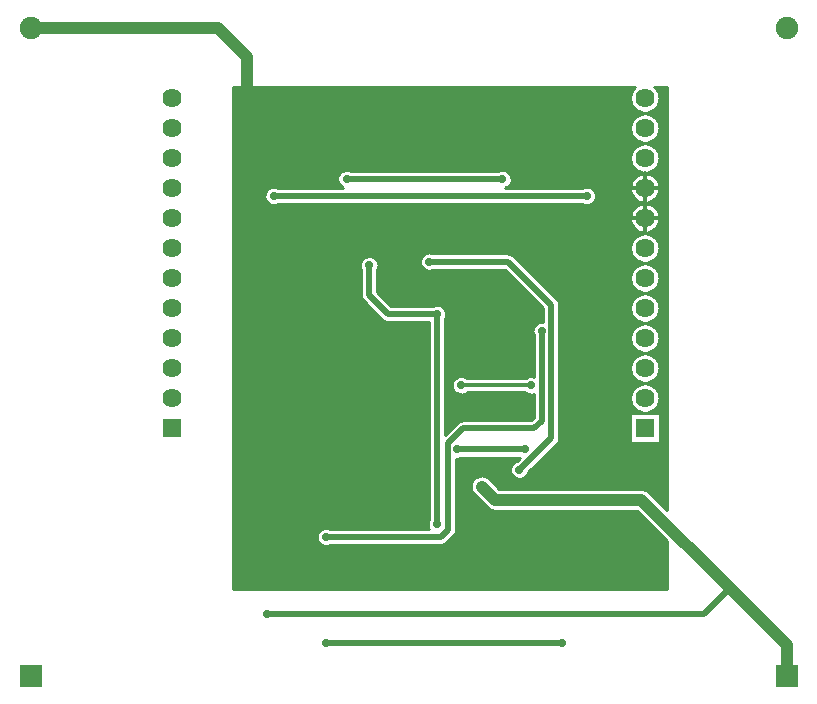
<source format=gbr>
G04 DipTrace 2.4.0.2*
%INBottom.gbr*%
%MOIN*%
%ADD14C,0.0118*%
%ADD15C,0.0098*%
%ADD16C,0.0394*%
%ADD17C,0.0197*%
%ADD21R,0.0748X0.0748*%
%ADD22C,0.0748*%
%ADD26R,0.0638X0.0638*%
%ADD27C,0.0638*%
%ADD34C,0.0197*%
%ADD40C,0.0276*%
%ADD41C,0.04*%
%FSLAX44Y44*%
G04*
G70*
G90*
G75*
G01*
%LNBottom*%
%LPD*%
X10858Y38886D2*
D16*
X17110D1*
X18081Y37915D1*
Y35852D1*
X27145Y24164D2*
D17*
X28207Y25227D1*
Y29664D1*
X26770Y31101D1*
X24144D1*
X20701Y21919D2*
X24525D1*
X24769Y22163D1*
Y25039D1*
X25269Y25538D1*
X27644D1*
X27894Y25789D1*
Y28789D1*
X20701Y18390D2*
X28575D1*
X27344Y24839D2*
X25082D1*
X36055Y17287D2*
D16*
Y18316D1*
X34161Y20210D1*
X31208Y23163D1*
X26332D1*
X25894Y23601D1*
X18732Y19346D2*
D17*
X33298D1*
X34161Y20210D1*
X24394Y29351D2*
X22769D1*
X22144Y29976D1*
Y30982D1*
X24394Y29351D2*
Y22351D1*
X26582Y33852D2*
X21388D1*
X25207Y26976D2*
D14*
X27519D1*
X29395Y33289D2*
D17*
X18956D1*
D40*
X27145Y24164D3*
X24144Y31101D3*
D3*
X20701Y21919D3*
X27894Y28789D3*
X28575Y18390D3*
X20701D3*
X27344Y24839D3*
X25082D3*
D41*
X25894Y23601D3*
D40*
X18732Y19346D3*
X24394Y29351D3*
X22144Y30982D3*
X24394Y22351D3*
Y29351D3*
X26582Y33852D3*
X21388D3*
X25207Y26976D3*
X27519D3*
X29395Y33289D3*
X18956D3*
D41*
X24082Y30351D3*
X26394Y31851D3*
X20707Y32601D3*
X23207Y36351D3*
X24207D3*
X28957Y29726D3*
Y28976D3*
Y28226D3*
X25582Y31851D3*
D40*
X26457Y28726D3*
Y28289D3*
Y27851D3*
X24019Y28726D3*
Y28289D3*
Y27851D3*
D41*
X22769Y23601D3*
Y22851D3*
X22144Y25476D3*
X28457Y21851D3*
X22144Y26664D3*
X29707Y21851D3*
X29520Y28976D3*
X27144Y27726D3*
Y26164D3*
X25228Y20724D3*
X26478D3*
X21222D3*
X22472D3*
X28457Y24016D3*
X29707D3*
X17610Y36830D2*
D15*
X30917D1*
X31744D2*
X32059D1*
X17610Y36733D2*
X30866D1*
X31795D2*
X32059D1*
X17610Y36636D2*
X30839D1*
X31823D2*
X32059D1*
X17610Y36539D2*
X30831D1*
X31830D2*
X32059D1*
X17610Y36442D2*
X30843D1*
X31818D2*
X32059D1*
X17610Y36344D2*
X30877D1*
X31784D2*
X32059D1*
X17610Y36247D2*
X30936D1*
X31726D2*
X32059D1*
X17610Y36150D2*
X31039D1*
X31623D2*
X32059D1*
X17610Y36053D2*
X32059D1*
X17610Y35956D2*
X31045D1*
X31617D2*
X32059D1*
X17610Y35859D2*
X30940D1*
X31721D2*
X32059D1*
X17610Y35762D2*
X30879D1*
X31783D2*
X32059D1*
X17610Y35665D2*
X30845D1*
X31817D2*
X32059D1*
X17610Y35568D2*
X30831D1*
X31830D2*
X32059D1*
X17610Y35470D2*
X30837D1*
X31824D2*
X32059D1*
X17610Y35373D2*
X30865D1*
X31797D2*
X32059D1*
X17610Y35276D2*
X30916D1*
X31746D2*
X32059D1*
X17610Y35179D2*
X31002D1*
X31660D2*
X32059D1*
X17610Y35082D2*
X31180D1*
X31481D2*
X32059D1*
X17610Y34985D2*
X31092D1*
X31569D2*
X32059D1*
X17610Y34888D2*
X30965D1*
X31697D2*
X32059D1*
X17610Y34791D2*
X30894D1*
X31767D2*
X32059D1*
X17610Y34694D2*
X30853D1*
X31809D2*
X32059D1*
X17610Y34596D2*
X30833D1*
X31829D2*
X32059D1*
X17610Y34499D2*
X30834D1*
X31827D2*
X32059D1*
X17610Y34402D2*
X30854D1*
X31807D2*
X32059D1*
X17610Y34305D2*
X30897D1*
X31764D2*
X32059D1*
X17610Y34208D2*
X30971D1*
X31690D2*
X32059D1*
X17610Y34111D2*
X21210D1*
X26760D2*
X31106D1*
X31555D2*
X32059D1*
X17610Y34014D2*
X21115D1*
X26855D2*
X31159D1*
X31503D2*
X32059D1*
X17610Y33917D2*
X21076D1*
X26894D2*
X30994D1*
X31667D2*
X32059D1*
X17610Y33820D2*
X21072D1*
X26898D2*
X30911D1*
X31750D2*
X32059D1*
X17610Y33722D2*
X21098D1*
X26872D2*
X30862D1*
X31800D2*
X32059D1*
X17610Y33625D2*
X21168D1*
X26801D2*
X30837D1*
X31824D2*
X32059D1*
X17610Y33528D2*
X18751D1*
X29600D2*
X30831D1*
X31830D2*
X32059D1*
X17610Y33431D2*
X18672D1*
X29679D2*
X30846D1*
X31815D2*
X32059D1*
X17610Y33334D2*
X18640D1*
X29710D2*
X30882D1*
X31780D2*
X32059D1*
X17610Y33237D2*
X18642D1*
X29710D2*
X30945D1*
X31717D2*
X32059D1*
X17610Y33140D2*
X18676D1*
X29674D2*
X31054D1*
X31607D2*
X32059D1*
X17610Y33043D2*
X18760D1*
X29591D2*
X32059D1*
X17610Y32946D2*
X31029D1*
X31632D2*
X32059D1*
X17610Y32848D2*
X30931D1*
X31730D2*
X32059D1*
X17610Y32751D2*
X30874D1*
X31787D2*
X32059D1*
X17610Y32654D2*
X30842D1*
X31820D2*
X32059D1*
X17610Y32557D2*
X30831D1*
X31830D2*
X32059D1*
X17610Y32460D2*
X30839D1*
X31823D2*
X32059D1*
X17610Y32363D2*
X30868D1*
X31793D2*
X32059D1*
X17610Y32266D2*
X30923D1*
X31738D2*
X32059D1*
X17610Y32169D2*
X31014D1*
X31647D2*
X32059D1*
X17610Y32072D2*
X31220D1*
X31441D2*
X32059D1*
X17610Y31974D2*
X31074D1*
X31587D2*
X32059D1*
X17610Y31877D2*
X30956D1*
X31706D2*
X32059D1*
X17610Y31780D2*
X30888D1*
X31773D2*
X32059D1*
X17610Y31683D2*
X30850D1*
X31812D2*
X32059D1*
X17610Y31586D2*
X30833D1*
X31829D2*
X32059D1*
X17610Y31489D2*
X30834D1*
X31827D2*
X32059D1*
X17610Y31392D2*
X24029D1*
X24259D2*
X30857D1*
X31804D2*
X32059D1*
X17610Y31295D2*
X23894D1*
X26968D2*
X30903D1*
X31758D2*
X32059D1*
X17610Y31198D2*
X21913D1*
X22375D2*
X23841D1*
X27064D2*
X30982D1*
X31680D2*
X32059D1*
X17610Y31100D2*
X21848D1*
X22440D2*
X23826D1*
X27161D2*
X31129D1*
X31532D2*
X32059D1*
X17610Y31003D2*
X21827D1*
X22462D2*
X23841D1*
X27258D2*
X31132D1*
X31529D2*
X32059D1*
X17610Y30906D2*
X21834D1*
X22454D2*
X23895D1*
X27355D2*
X30983D1*
X31678D2*
X32059D1*
X17610Y30809D2*
X21865D1*
X22423D2*
X24035D1*
X24253D2*
X26671D1*
X27454D2*
X30905D1*
X31757D2*
X32059D1*
X17610Y30712D2*
X21865D1*
X22423D2*
X26768D1*
X27550D2*
X30859D1*
X31803D2*
X32059D1*
X17610Y30615D2*
X21865D1*
X22423D2*
X26865D1*
X27647D2*
X30836D1*
X31826D2*
X32059D1*
X17610Y30518D2*
X21865D1*
X22423D2*
X26962D1*
X27744D2*
X30833D1*
X31829D2*
X32059D1*
X17610Y30421D2*
X21865D1*
X22423D2*
X27059D1*
X27841D2*
X30848D1*
X31813D2*
X32059D1*
X17610Y30323D2*
X21865D1*
X22423D2*
X27157D1*
X27938D2*
X30886D1*
X31775D2*
X32059D1*
X17610Y30226D2*
X21865D1*
X22423D2*
X27254D1*
X28036D2*
X30954D1*
X31707D2*
X32059D1*
X17610Y30129D2*
X21865D1*
X22423D2*
X27351D1*
X28133D2*
X31071D1*
X31590D2*
X32059D1*
X17610Y30032D2*
X21865D1*
X22480D2*
X27448D1*
X28230D2*
X31228D1*
X31434D2*
X32059D1*
X17610Y29935D2*
X21868D1*
X22577D2*
X27545D1*
X28327D2*
X31016D1*
X31646D2*
X32059D1*
X17610Y29838D2*
X21904D1*
X22674D2*
X27641D1*
X28422D2*
X30923D1*
X31738D2*
X32059D1*
X17610Y29741D2*
X21988D1*
X22771D2*
X27738D1*
X28475D2*
X30869D1*
X31792D2*
X32059D1*
X17610Y29644D2*
X22085D1*
X22868D2*
X24284D1*
X24504D2*
X27837D1*
X28487D2*
X30840D1*
X31821D2*
X32059D1*
X17610Y29547D2*
X22183D1*
X24644D2*
X27928D1*
X28487D2*
X30831D1*
X31830D2*
X32059D1*
X17610Y29449D2*
X22280D1*
X24698D2*
X27928D1*
X28487D2*
X30842D1*
X31820D2*
X32059D1*
X17610Y29352D2*
X22377D1*
X24713D2*
X27928D1*
X28487D2*
X30873D1*
X31789D2*
X32059D1*
X17610Y29255D2*
X22474D1*
X24698D2*
X27928D1*
X28487D2*
X30931D1*
X31730D2*
X32059D1*
X17610Y29158D2*
X22571D1*
X24673D2*
X27928D1*
X28487D2*
X31028D1*
X31634D2*
X32059D1*
X17610Y29061D2*
X24115D1*
X24673D2*
X27738D1*
X28487D2*
X32059D1*
X17610Y28964D2*
X24115D1*
X24673D2*
X27629D1*
X28487D2*
X31057D1*
X31604D2*
X32059D1*
X17610Y28867D2*
X24115D1*
X24673D2*
X27586D1*
X28487D2*
X30946D1*
X31715D2*
X32059D1*
X17610Y28770D2*
X24115D1*
X24673D2*
X27575D1*
X28487D2*
X30882D1*
X31780D2*
X32059D1*
X17610Y28673D2*
X24115D1*
X24673D2*
X24842D1*
X25211D2*
X25433D1*
X25802D2*
X27598D1*
X28487D2*
X30846D1*
X31815D2*
X32059D1*
X17610Y28575D2*
X24115D1*
X24673D2*
X24770D1*
X25284D2*
X25361D1*
X25874D2*
X27615D1*
X28487D2*
X30831D1*
X31830D2*
X32059D1*
X17610Y28478D2*
X24115D1*
X24673D2*
X24749D1*
X25897D2*
X27615D1*
X28487D2*
X30836D1*
X31826D2*
X32059D1*
X17610Y28381D2*
X24115D1*
X24673D2*
X24763D1*
X25883D2*
X27615D1*
X28487D2*
X30862D1*
X31800D2*
X32059D1*
X17610Y28284D2*
X24115D1*
X24673D2*
X24819D1*
X25825D2*
X27615D1*
X28487D2*
X30909D1*
X31752D2*
X32059D1*
X17610Y28187D2*
X24115D1*
X24673D2*
X24773D1*
X25873D2*
X27615D1*
X28487D2*
X30993D1*
X31669D2*
X32059D1*
X17610Y28090D2*
X24115D1*
X24673D2*
X24749D1*
X25897D2*
X27615D1*
X28487D2*
X31156D1*
X31506D2*
X32059D1*
X17610Y27993D2*
X24115D1*
X24673D2*
X24761D1*
X25294D2*
X25350D1*
X25885D2*
X27615D1*
X28487D2*
X31108D1*
X31554D2*
X32059D1*
X17610Y27896D2*
X24115D1*
X24673D2*
X24815D1*
X25239D2*
X25405D1*
X25830D2*
X27615D1*
X28487D2*
X30973D1*
X31689D2*
X32059D1*
X17610Y27799D2*
X24115D1*
X24673D2*
X27615D1*
X28487D2*
X30897D1*
X31764D2*
X32059D1*
X17610Y27701D2*
X24115D1*
X24673D2*
X27615D1*
X28487D2*
X30854D1*
X31807D2*
X32059D1*
X17610Y27604D2*
X24115D1*
X24673D2*
X27615D1*
X28487D2*
X30834D1*
X31827D2*
X32059D1*
X17610Y27507D2*
X24115D1*
X24673D2*
X27615D1*
X28487D2*
X30833D1*
X31829D2*
X32059D1*
X17610Y27410D2*
X24115D1*
X24673D2*
X27615D1*
X28487D2*
X30851D1*
X31810D2*
X32059D1*
X17610Y27313D2*
X24115D1*
X24673D2*
X27615D1*
X28487D2*
X30893D1*
X31769D2*
X32059D1*
X17610Y27216D2*
X24115D1*
X24673D2*
X25002D1*
X25413D2*
X27314D1*
X28487D2*
X30963D1*
X31698D2*
X32059D1*
X17610Y27119D2*
X24115D1*
X24673D2*
X24922D1*
X28487D2*
X31091D1*
X31570D2*
X32059D1*
X17610Y27022D2*
X24115D1*
X24673D2*
X24892D1*
X28487D2*
X31183D1*
X31478D2*
X32059D1*
X17610Y26925D2*
X24115D1*
X24673D2*
X24893D1*
X28487D2*
X31003D1*
X31658D2*
X32059D1*
X17610Y26827D2*
X24115D1*
X24673D2*
X24927D1*
X28487D2*
X30916D1*
X31746D2*
X32059D1*
X17610Y26730D2*
X24115D1*
X24673D2*
X25010D1*
X25404D2*
X27323D1*
X28487D2*
X30865D1*
X31797D2*
X32059D1*
X17610Y26633D2*
X24115D1*
X24673D2*
X27615D1*
X28487D2*
X30837D1*
X31824D2*
X32059D1*
X17610Y26536D2*
X24115D1*
X24673D2*
X27615D1*
X28487D2*
X30831D1*
X31830D2*
X32059D1*
X17610Y26439D2*
X24115D1*
X24673D2*
X27615D1*
X28487D2*
X30843D1*
X31818D2*
X32059D1*
X17610Y26342D2*
X24115D1*
X24673D2*
X27615D1*
X28487D2*
X30877D1*
X31784D2*
X32059D1*
X17610Y26245D2*
X24115D1*
X24673D2*
X27615D1*
X28487D2*
X30939D1*
X31723D2*
X32059D1*
X17610Y26148D2*
X24115D1*
X24673D2*
X27615D1*
X28487D2*
X31043D1*
X31618D2*
X32059D1*
X17610Y26051D2*
X24115D1*
X24673D2*
X27615D1*
X28487D2*
X32059D1*
X17610Y25953D2*
X24115D1*
X24673D2*
X27615D1*
X28487D2*
X30831D1*
X31830D2*
X32059D1*
X17610Y25856D2*
X24115D1*
X24673D2*
X27571D1*
X28487D2*
X30831D1*
X31830D2*
X32059D1*
X17610Y25759D2*
X24115D1*
X24673D2*
X25104D1*
X28487D2*
X30831D1*
X31830D2*
X32059D1*
X17610Y25662D2*
X24115D1*
X24673D2*
X25001D1*
X28487D2*
X30831D1*
X31830D2*
X32059D1*
X17610Y25565D2*
X24115D1*
X24673D2*
X24904D1*
X28487D2*
X30831D1*
X31830D2*
X32059D1*
X17610Y25468D2*
X24115D1*
X24673D2*
X24807D1*
X28487D2*
X30831D1*
X31830D2*
X32059D1*
X17610Y25371D2*
X24115D1*
X28487D2*
X30831D1*
X31830D2*
X32059D1*
X17610Y25274D2*
X24115D1*
X28487D2*
X30831D1*
X31830D2*
X32059D1*
X17610Y25177D2*
X24115D1*
X28482D2*
X30831D1*
X31830D2*
X32059D1*
X17610Y25079D2*
X24115D1*
X28442D2*
X30831D1*
X31830D2*
X32059D1*
X17610Y24982D2*
X24115D1*
X28353D2*
X32059D1*
X17610Y24885D2*
X24115D1*
X28256D2*
X32059D1*
X17610Y24788D2*
X24115D1*
X28159D2*
X32059D1*
X17610Y24691D2*
X24115D1*
X28063D2*
X32059D1*
X17610Y24594D2*
X24115D1*
X27966D2*
X32059D1*
X17610Y24497D2*
X24115D1*
X25048D2*
X27086D1*
X27869D2*
X32059D1*
X17610Y24400D2*
X24115D1*
X25048D2*
X26934D1*
X27770D2*
X32059D1*
X17610Y24302D2*
X24115D1*
X25048D2*
X26859D1*
X27673D2*
X32059D1*
X17610Y24205D2*
X24115D1*
X25048D2*
X26828D1*
X27577D2*
X32059D1*
X17610Y24108D2*
X24115D1*
X25048D2*
X26831D1*
X27480D2*
X32059D1*
X17610Y24011D2*
X24115D1*
X25048D2*
X26866D1*
X27423D2*
X32059D1*
X17610Y23914D2*
X24115D1*
X25048D2*
X25685D1*
X26103D2*
X26954D1*
X27335D2*
X32059D1*
X17610Y23817D2*
X24115D1*
X25048D2*
X25582D1*
X26208D2*
X32059D1*
X17610Y23720D2*
X24115D1*
X25048D2*
X25533D1*
X26306D2*
X32059D1*
X17610Y23623D2*
X24115D1*
X25048D2*
X25515D1*
X26403D2*
X32059D1*
X17610Y23526D2*
X24115D1*
X25048D2*
X25521D1*
X31281D2*
X32059D1*
X17610Y23428D2*
X24115D1*
X25048D2*
X25556D1*
X31472D2*
X32059D1*
X17610Y23331D2*
X24115D1*
X25048D2*
X25630D1*
X31569D2*
X32059D1*
X17610Y23234D2*
X24115D1*
X25048D2*
X25731D1*
X31667D2*
X32059D1*
X17610Y23137D2*
X24115D1*
X25048D2*
X25828D1*
X31764D2*
X32059D1*
X17610Y23040D2*
X24115D1*
X25048D2*
X25925D1*
X31861D2*
X32059D1*
X17610Y22943D2*
X24115D1*
X25048D2*
X26022D1*
X31958D2*
X32059D1*
X17610Y22846D2*
X24115D1*
X25048D2*
X26136D1*
X17610Y22749D2*
X24115D1*
X25048D2*
X31092D1*
X17610Y22652D2*
X24115D1*
X25048D2*
X31189D1*
X17610Y22554D2*
X24115D1*
X25048D2*
X31286D1*
X17610Y22457D2*
X24095D1*
X25048D2*
X31383D1*
X17610Y22360D2*
X24075D1*
X25048D2*
X31480D1*
X17610Y22263D2*
X24089D1*
X25048D2*
X31577D1*
X17610Y22166D2*
X20506D1*
X25048D2*
X31674D1*
X17610Y22069D2*
X20421D1*
X25031D2*
X31772D1*
X17610Y21972D2*
X20387D1*
X24970D2*
X31869D1*
X17610Y21875D2*
X20386D1*
X24871D2*
X31966D1*
X17610Y21778D2*
X20416D1*
X24775D2*
X32059D1*
X17610Y21680D2*
X20495D1*
X24661D2*
X32059D1*
X17610Y21583D2*
X32059D1*
X17610Y21486D2*
X32059D1*
X17610Y21389D2*
X32059D1*
X17610Y21292D2*
X32059D1*
X17610Y21195D2*
X32059D1*
X17610Y21098D2*
X32059D1*
X17610Y21001D2*
X32059D1*
X17610Y20904D2*
X32059D1*
X17610Y20806D2*
X32059D1*
X17610Y20709D2*
X32059D1*
X17610Y20612D2*
X32059D1*
X17610Y20515D2*
X32059D1*
X17610Y20418D2*
X32059D1*
X17610Y20321D2*
X32059D1*
X17610Y20224D2*
X32059D1*
X30890Y26041D2*
X31821D1*
Y25061D1*
X30841D1*
Y26041D1*
X30890D1*
X31818Y26502D2*
X31811Y26453D1*
X31799Y26406D1*
X31782Y26360D1*
X31760Y26315D1*
X31735Y26273D1*
X31705Y26234D1*
X31671Y26198D1*
X31634Y26166D1*
X31594Y26138D1*
X31551Y26113D1*
X31506Y26093D1*
X31459Y26078D1*
X31411Y26068D1*
X31362Y26062D1*
X31313Y26061D1*
X31264Y26066D1*
X31216Y26075D1*
X31169Y26089D1*
X31123Y26107D1*
X31080Y26130D1*
X31039Y26157D1*
X31001Y26189D1*
X30966Y26224D1*
X30935Y26262D1*
X30908Y26303D1*
X30885Y26347D1*
X30867Y26392D1*
X30853Y26439D1*
X30845Y26488D1*
X30841Y26537D1*
X30842Y26586D1*
X30848Y26635D1*
X30859Y26683D1*
X30874Y26730D1*
X30894Y26774D1*
X30919Y26817D1*
X30948Y26857D1*
X30980Y26894D1*
X31016Y26927D1*
X31056Y26957D1*
X31098Y26982D1*
X31142Y27004D1*
X31188Y27020D1*
X31236Y27032D1*
X31285Y27039D1*
X31334Y27041D1*
X31383Y27039D1*
X31432Y27031D1*
X31479Y27018D1*
X31525Y27001D1*
X31569Y26979D1*
X31611Y26953D1*
X31650Y26923D1*
X31686Y26889D1*
X31718Y26852D1*
X31746Y26812D1*
X31770Y26769D1*
X31790Y26724D1*
X31805Y26677D1*
X31815Y26629D1*
X31821Y26551D1*
X31818Y26502D1*
Y27502D2*
X31811Y27453D1*
X31799Y27406D1*
X31782Y27360D1*
X31760Y27315D1*
X31735Y27273D1*
X31705Y27234D1*
X31671Y27198D1*
X31634Y27166D1*
X31594Y27138D1*
X31551Y27113D1*
X31506Y27093D1*
X31459Y27078D1*
X31411Y27068D1*
X31362Y27062D1*
X31313Y27061D1*
X31264Y27066D1*
X31216Y27075D1*
X31169Y27089D1*
X31123Y27107D1*
X31080Y27130D1*
X31039Y27157D1*
X31001Y27189D1*
X30966Y27224D1*
X30935Y27262D1*
X30908Y27303D1*
X30885Y27347D1*
X30867Y27392D1*
X30853Y27439D1*
X30845Y27488D1*
X30841Y27537D1*
X30842Y27586D1*
X30848Y27635D1*
X30859Y27683D1*
X30874Y27730D1*
X30894Y27774D1*
X30919Y27817D1*
X30948Y27857D1*
X30980Y27894D1*
X31016Y27927D1*
X31056Y27957D1*
X31098Y27982D1*
X31142Y28004D1*
X31188Y28020D1*
X31236Y28032D1*
X31285Y28039D1*
X31334Y28041D1*
X31383Y28039D1*
X31432Y28031D1*
X31479Y28018D1*
X31525Y28001D1*
X31569Y27979D1*
X31611Y27953D1*
X31650Y27923D1*
X31686Y27889D1*
X31718Y27852D1*
X31746Y27812D1*
X31770Y27769D1*
X31790Y27724D1*
X31805Y27677D1*
X31815Y27629D1*
X31821Y27551D1*
X31818Y27502D1*
Y28502D2*
X31811Y28453D1*
X31799Y28406D1*
X31782Y28360D1*
X31760Y28315D1*
X31735Y28273D1*
X31705Y28234D1*
X31671Y28198D1*
X31634Y28166D1*
X31594Y28138D1*
X31551Y28113D1*
X31506Y28093D1*
X31459Y28078D1*
X31411Y28068D1*
X31362Y28062D1*
X31313Y28061D1*
X31264Y28066D1*
X31216Y28075D1*
X31169Y28089D1*
X31123Y28107D1*
X31080Y28130D1*
X31039Y28157D1*
X31001Y28189D1*
X30966Y28224D1*
X30935Y28262D1*
X30908Y28303D1*
X30885Y28347D1*
X30867Y28392D1*
X30853Y28439D1*
X30845Y28488D1*
X30841Y28537D1*
X30842Y28586D1*
X30848Y28635D1*
X30859Y28683D1*
X30874Y28730D1*
X30894Y28774D1*
X30919Y28817D1*
X30948Y28857D1*
X30980Y28894D1*
X31016Y28927D1*
X31056Y28957D1*
X31098Y28982D1*
X31142Y29004D1*
X31188Y29020D1*
X31236Y29032D1*
X31285Y29039D1*
X31334Y29041D1*
X31383Y29039D1*
X31432Y29031D1*
X31479Y29018D1*
X31525Y29001D1*
X31569Y28979D1*
X31611Y28953D1*
X31650Y28923D1*
X31686Y28889D1*
X31718Y28852D1*
X31746Y28812D1*
X31770Y28769D1*
X31790Y28724D1*
X31805Y28677D1*
X31815Y28629D1*
X31821Y28551D1*
X31818Y28502D1*
Y29502D2*
X31811Y29453D1*
X31799Y29406D1*
X31782Y29360D1*
X31760Y29315D1*
X31735Y29273D1*
X31705Y29234D1*
X31671Y29198D1*
X31634Y29166D1*
X31594Y29138D1*
X31551Y29113D1*
X31506Y29093D1*
X31459Y29078D1*
X31411Y29068D1*
X31362Y29062D1*
X31313Y29061D1*
X31264Y29066D1*
X31216Y29075D1*
X31169Y29089D1*
X31123Y29107D1*
X31080Y29130D1*
X31039Y29157D1*
X31001Y29189D1*
X30966Y29224D1*
X30935Y29262D1*
X30908Y29303D1*
X30885Y29347D1*
X30867Y29392D1*
X30853Y29439D1*
X30845Y29488D1*
X30841Y29537D1*
X30842Y29586D1*
X30848Y29635D1*
X30859Y29683D1*
X30874Y29730D1*
X30894Y29774D1*
X30919Y29817D1*
X30948Y29857D1*
X30980Y29894D1*
X31016Y29927D1*
X31056Y29957D1*
X31098Y29982D1*
X31142Y30004D1*
X31188Y30020D1*
X31236Y30032D1*
X31285Y30039D1*
X31334Y30041D1*
X31383Y30039D1*
X31432Y30031D1*
X31479Y30018D1*
X31525Y30001D1*
X31569Y29979D1*
X31611Y29953D1*
X31650Y29923D1*
X31686Y29889D1*
X31718Y29852D1*
X31746Y29812D1*
X31770Y29769D1*
X31790Y29724D1*
X31805Y29677D1*
X31815Y29629D1*
X31821Y29551D1*
X31818Y29502D1*
Y30502D2*
X31811Y30453D1*
X31799Y30406D1*
X31782Y30360D1*
X31760Y30315D1*
X31735Y30273D1*
X31705Y30234D1*
X31671Y30198D1*
X31634Y30166D1*
X31594Y30138D1*
X31551Y30113D1*
X31506Y30093D1*
X31459Y30078D1*
X31411Y30068D1*
X31362Y30062D1*
X31313Y30061D1*
X31264Y30066D1*
X31216Y30075D1*
X31169Y30089D1*
X31123Y30107D1*
X31080Y30130D1*
X31039Y30157D1*
X31001Y30189D1*
X30966Y30224D1*
X30935Y30262D1*
X30908Y30303D1*
X30885Y30347D1*
X30867Y30392D1*
X30853Y30439D1*
X30845Y30488D1*
X30841Y30537D1*
X30842Y30586D1*
X30848Y30635D1*
X30859Y30683D1*
X30874Y30730D1*
X30894Y30774D1*
X30919Y30817D1*
X30948Y30857D1*
X30980Y30894D1*
X31016Y30927D1*
X31056Y30957D1*
X31098Y30982D1*
X31142Y31004D1*
X31188Y31020D1*
X31236Y31032D1*
X31285Y31039D1*
X31334Y31041D1*
X31383Y31039D1*
X31432Y31031D1*
X31479Y31018D1*
X31525Y31001D1*
X31569Y30979D1*
X31611Y30953D1*
X31650Y30923D1*
X31686Y30889D1*
X31718Y30852D1*
X31746Y30812D1*
X31770Y30769D1*
X31790Y30724D1*
X31805Y30677D1*
X31815Y30629D1*
X31821Y30551D1*
X31818Y30502D1*
Y31502D2*
X31811Y31453D1*
X31799Y31406D1*
X31782Y31360D1*
X31760Y31315D1*
X31735Y31273D1*
X31705Y31234D1*
X31671Y31198D1*
X31634Y31166D1*
X31594Y31138D1*
X31551Y31113D1*
X31506Y31093D1*
X31459Y31078D1*
X31411Y31068D1*
X31362Y31062D1*
X31313Y31061D1*
X31264Y31066D1*
X31216Y31075D1*
X31169Y31089D1*
X31123Y31107D1*
X31080Y31130D1*
X31039Y31157D1*
X31001Y31189D1*
X30966Y31224D1*
X30935Y31262D1*
X30908Y31303D1*
X30885Y31347D1*
X30867Y31392D1*
X30853Y31439D1*
X30845Y31488D1*
X30841Y31537D1*
X30842Y31586D1*
X30848Y31635D1*
X30859Y31683D1*
X30874Y31730D1*
X30894Y31774D1*
X30919Y31817D1*
X30948Y31857D1*
X30980Y31894D1*
X31016Y31927D1*
X31056Y31957D1*
X31098Y31982D1*
X31142Y32004D1*
X31188Y32020D1*
X31236Y32032D1*
X31285Y32039D1*
X31334Y32041D1*
X31383Y32039D1*
X31432Y32031D1*
X31479Y32018D1*
X31525Y32001D1*
X31569Y31979D1*
X31611Y31953D1*
X31650Y31923D1*
X31686Y31889D1*
X31718Y31852D1*
X31746Y31812D1*
X31770Y31769D1*
X31790Y31724D1*
X31805Y31677D1*
X31815Y31629D1*
X31821Y31551D1*
X31818Y31502D1*
X31821Y32541D2*
X31815Y32473D1*
X31799Y32406D1*
X31774Y32342D1*
X31740Y32282D1*
X31698Y32227D1*
X31649Y32179D1*
X31594Y32138D1*
X31533Y32105D1*
X31469Y32081D1*
X31402Y32066D1*
X31333Y32061D1*
X31264Y32066D1*
X31197Y32080D1*
X31132Y32103D1*
X31071Y32135D1*
X31016Y32176D1*
X30966Y32224D1*
X30924Y32278D1*
X30890Y32338D1*
X30864Y32402D1*
X30848Y32468D1*
X30841Y32537D1*
X30844Y32606D1*
X30856Y32673D1*
X30878Y32739D1*
X30909Y32800D1*
X30948Y32857D1*
X30994Y32908D1*
X31048Y32951D1*
X31106Y32987D1*
X31170Y33014D1*
X31236Y33032D1*
X31304Y33041D1*
X31373Y33039D1*
X31441Y33029D1*
X31507Y33009D1*
X31569Y32979D1*
X31627Y32942D1*
X31679Y32896D1*
X31724Y32844D1*
X31761Y32786D1*
X31790Y32724D1*
X31809Y32658D1*
X31819Y32590D1*
X31821Y32541D1*
Y33541D2*
X31815Y33473D1*
X31799Y33406D1*
X31774Y33342D1*
X31740Y33282D1*
X31698Y33227D1*
X31649Y33179D1*
X31594Y33138D1*
X31533Y33105D1*
X31469Y33081D1*
X31402Y33066D1*
X31333Y33061D1*
X31264Y33066D1*
X31197Y33080D1*
X31132Y33103D1*
X31071Y33135D1*
X31016Y33176D1*
X30966Y33224D1*
X30924Y33278D1*
X30890Y33338D1*
X30864Y33402D1*
X30848Y33468D1*
X30841Y33537D1*
X30844Y33606D1*
X30856Y33673D1*
X30878Y33739D1*
X30909Y33800D1*
X30948Y33857D1*
X30994Y33908D1*
X31048Y33951D1*
X31106Y33987D1*
X31170Y34014D1*
X31236Y34032D1*
X31304Y34041D1*
X31373Y34039D1*
X31441Y34029D1*
X31507Y34009D1*
X31569Y33979D1*
X31627Y33942D1*
X31679Y33896D1*
X31724Y33844D1*
X31761Y33786D1*
X31790Y33724D1*
X31809Y33658D1*
X31819Y33590D1*
X31821Y33541D1*
X31818Y34502D2*
X31811Y34453D1*
X31799Y34406D1*
X31782Y34360D1*
X31760Y34315D1*
X31735Y34273D1*
X31705Y34234D1*
X31671Y34198D1*
X31634Y34166D1*
X31594Y34138D1*
X31551Y34113D1*
X31506Y34093D1*
X31459Y34078D1*
X31411Y34068D1*
X31362Y34062D1*
X31313Y34061D1*
X31264Y34066D1*
X31216Y34075D1*
X31169Y34089D1*
X31123Y34107D1*
X31080Y34130D1*
X31039Y34157D1*
X31001Y34189D1*
X30966Y34224D1*
X30935Y34262D1*
X30908Y34303D1*
X30885Y34347D1*
X30867Y34392D1*
X30853Y34439D1*
X30845Y34488D1*
X30841Y34537D1*
X30842Y34586D1*
X30848Y34635D1*
X30859Y34683D1*
X30874Y34730D1*
X30894Y34774D1*
X30919Y34817D1*
X30948Y34857D1*
X30980Y34894D1*
X31016Y34927D1*
X31056Y34957D1*
X31098Y34982D1*
X31142Y35004D1*
X31188Y35020D1*
X31236Y35032D1*
X31285Y35039D1*
X31334Y35041D1*
X31383Y35039D1*
X31432Y35031D1*
X31479Y35018D1*
X31525Y35001D1*
X31569Y34979D1*
X31611Y34953D1*
X31650Y34923D1*
X31686Y34889D1*
X31718Y34852D1*
X31746Y34812D1*
X31770Y34769D1*
X31790Y34724D1*
X31805Y34677D1*
X31815Y34629D1*
X31821Y34551D1*
X31818Y34502D1*
Y35502D2*
X31811Y35453D1*
X31799Y35406D1*
X31782Y35360D1*
X31760Y35315D1*
X31735Y35273D1*
X31705Y35234D1*
X31671Y35198D1*
X31634Y35166D1*
X31594Y35138D1*
X31551Y35113D1*
X31506Y35093D1*
X31459Y35078D1*
X31411Y35068D1*
X31362Y35062D1*
X31313Y35061D1*
X31264Y35066D1*
X31216Y35075D1*
X31169Y35089D1*
X31123Y35107D1*
X31080Y35130D1*
X31039Y35157D1*
X31001Y35189D1*
X30966Y35224D1*
X30935Y35262D1*
X30908Y35303D1*
X30885Y35347D1*
X30867Y35392D1*
X30853Y35439D1*
X30845Y35488D1*
X30841Y35537D1*
X30842Y35586D1*
X30848Y35635D1*
X30859Y35683D1*
X30874Y35730D1*
X30894Y35774D1*
X30919Y35817D1*
X30948Y35857D1*
X30980Y35894D1*
X31016Y35927D1*
X31056Y35957D1*
X31098Y35982D1*
X31142Y36004D1*
X31188Y36020D1*
X31236Y36032D1*
X31285Y36039D1*
X31334Y36041D1*
X31383Y36039D1*
X31432Y36031D1*
X31479Y36018D1*
X31525Y36001D1*
X31569Y35979D1*
X31611Y35953D1*
X31650Y35923D1*
X31686Y35889D1*
X31718Y35852D1*
X31746Y35812D1*
X31770Y35769D1*
X31790Y35724D1*
X31805Y35677D1*
X31815Y35629D1*
X31821Y35551D1*
X31818Y35502D1*
Y36502D2*
X31811Y36453D1*
X31799Y36406D1*
X31782Y36360D1*
X31760Y36315D1*
X31735Y36273D1*
X31705Y36234D1*
X31671Y36198D1*
X31634Y36166D1*
X31594Y36138D1*
X31551Y36113D1*
X31506Y36093D1*
X31459Y36078D1*
X31411Y36068D1*
X31362Y36062D1*
X31313Y36061D1*
X31264Y36066D1*
X31216Y36075D1*
X31169Y36089D1*
X31123Y36107D1*
X31080Y36130D1*
X31039Y36157D1*
X31001Y36189D1*
X30966Y36224D1*
X30935Y36262D1*
X30908Y36303D1*
X30885Y36347D1*
X30867Y36392D1*
X30853Y36439D1*
X30845Y36488D1*
X30841Y36537D1*
X30842Y36586D1*
X30848Y36635D1*
X30859Y36683D1*
X30874Y36730D1*
X30894Y36774D1*
X30919Y36817D1*
X30948Y36857D1*
X30980Y36894D1*
X31018Y36928D1*
X30396Y36927D1*
X17600D1*
Y20183D1*
X32069D1*
Y21781D1*
X31055Y22795D1*
X26332D1*
X26283Y22798D1*
X26235Y22808D1*
X26188Y22824D1*
X26144Y22846D1*
X26104Y22874D1*
X26037Y22938D1*
X25660Y23313D1*
X25624Y23346D1*
X25593Y23384D1*
X25567Y23426D1*
X25547Y23471D1*
X25533Y23518D1*
X25525Y23566D1*
X25523Y23615D1*
X25529Y23664D1*
X25540Y23712D1*
X25558Y23758D1*
X25582Y23801D1*
X25611Y23841D1*
X25645Y23876D1*
X25684Y23906D1*
X25726Y23932D1*
X25771Y23951D1*
X25819Y23964D1*
X25867Y23971D1*
X25917D1*
X25965Y23965D1*
X26013Y23953D1*
X26058Y23934D1*
X26101Y23909D1*
X26140Y23879D1*
X26190Y23826D1*
X26484Y23532D1*
X31208Y23531D1*
X31257Y23528D1*
X31305Y23518D1*
X31351Y23502D1*
X31395Y23480D1*
X31436Y23452D1*
X31503Y23389D1*
X32069Y22822D1*
Y36927D1*
X31646D1*
X31686Y36889D1*
X31718Y36852D1*
X31746Y36812D1*
X31770Y36769D1*
X31790Y36724D1*
X31805Y36677D1*
X31815Y36629D1*
X31821Y36551D1*
X31818Y36502D1*
X24843Y28271D2*
X24808Y28310D1*
X24783Y28352D1*
X24767Y28398D1*
X24758Y28447D1*
X24759Y28496D1*
X24769Y28544D1*
X24787Y28590D1*
X24813Y28631D1*
X24847Y28668D1*
X24886Y28697D1*
X24930Y28719D1*
X24977Y28732D1*
X25026Y28737D1*
X25075Y28733D1*
X25122Y28720D1*
X25167Y28698D1*
X25206Y28669D1*
X25240Y28633D1*
X25266Y28592D1*
X25285Y28547D1*
X25288Y28538D1*
X25341Y28540D1*
X25358Y28538D1*
X25373Y28581D1*
X25398Y28624D1*
X25430Y28661D1*
X25468Y28692D1*
X25511Y28715D1*
X25558Y28730D1*
X25607Y28737D1*
X25656Y28734D1*
X25704Y28723D1*
X25749Y28703D1*
X25789Y28676D1*
X25824Y28641D1*
X25852Y28601D1*
X25873Y28556D1*
X25884Y28508D1*
X25887Y28458D1*
X25881Y28409D1*
X25866Y28362D1*
X25843Y28319D1*
X25812Y28280D1*
X25802Y28271D1*
X25836Y28232D1*
X25861Y28189D1*
X25878Y28143D1*
X25887Y28095D1*
X25886Y28044D1*
X25876Y27996D1*
X25858Y27950D1*
X25831Y27909D1*
X25798Y27873D1*
X25759Y27844D1*
X25714Y27822D1*
X25667Y27809D1*
X25618Y27804D1*
X25569Y27808D1*
X25522Y27822D1*
X25478Y27843D1*
X25438Y27872D1*
X25405Y27908D1*
X25378Y27950D1*
X25360Y27995D1*
X25358Y28003D1*
X25313Y28001D1*
X25288Y28003D1*
X25267Y27950D1*
X25241Y27909D1*
X25207Y27873D1*
X25168Y27844D1*
X25124Y27822D1*
X25077Y27809D1*
X25028Y27804D1*
X24979Y27808D1*
X24931Y27822D1*
X24887Y27843D1*
X24848Y27872D1*
X24814Y27908D1*
X24788Y27950D1*
X24769Y27995D1*
X24759Y28043D1*
X24758Y28093D1*
X24766Y28141D1*
X24783Y28187D1*
X24807Y28230D1*
X24843Y28271D1*
X27059Y24460D2*
X27168Y24569D1*
X25232D1*
X25172Y24544D1*
X25124Y24533D1*
X25075Y24530D1*
X25040Y24534D1*
X25039Y23907D1*
Y22163D1*
X25035Y22114D1*
X25021Y22067D1*
X25000Y22023D1*
X24960Y21972D1*
X24716Y21728D1*
X24678Y21697D1*
X24636Y21673D1*
X24589Y21657D1*
X24525Y21649D1*
X20851D1*
X20791Y21624D1*
X20743Y21613D1*
X20694Y21610D1*
X20645Y21615D1*
X20598Y21628D1*
X20553Y21648D1*
X20512Y21675D1*
X20475Y21708D1*
X20445Y21746D1*
X20420Y21789D1*
X20403Y21835D1*
X20394Y21883D1*
X20392Y21932D1*
X20398Y21981D1*
X20412Y22029D1*
X20433Y22073D1*
X20460Y22114D1*
X20494Y22149D1*
X20533Y22179D1*
X20577Y22202D1*
X20623Y22218D1*
X20672Y22227D1*
X20721Y22228D1*
X20769Y22221D1*
X20816Y22206D1*
X20851Y22189D1*
X24132D1*
X24114Y22220D1*
X24097Y22267D1*
X24087Y22315D1*
X24086Y22364D1*
X24092Y22413D1*
X24105Y22460D1*
X24124Y22500D1*
X24125Y29082D1*
X22769D1*
X22720Y29086D1*
X22673Y29099D1*
X22629Y29121D1*
X22578Y29161D1*
X21953Y29786D1*
X21922Y29823D1*
X21898Y29866D1*
X21882Y29913D1*
X21874Y29976D1*
Y30833D1*
X21847Y30898D1*
X21837Y30946D1*
X21835Y30996D1*
X21841Y31044D1*
X21855Y31092D1*
X21876Y31136D1*
X21904Y31177D1*
X21938Y31212D1*
X21977Y31242D1*
X22020Y31265D1*
X22066Y31281D1*
X22115Y31290D1*
X22164Y31291D1*
X22213Y31284D1*
X22260Y31269D1*
X22304Y31247D1*
X22344Y31218D1*
X22378Y31184D1*
X22407Y31144D1*
X22430Y31100D1*
X22445Y31053D1*
X22453Y30982D1*
X22449Y30933D1*
X22438Y30886D1*
X22413Y30831D1*
X22414Y30089D1*
X22882Y29620D1*
X23753Y29621D1*
X24244D1*
X24270Y29634D1*
X24317Y29650D1*
X24365Y29659D1*
X24414Y29660D1*
X24463Y29653D1*
X24510Y29638D1*
X24554Y29616D1*
X24594Y29587D1*
X24629Y29553D1*
X24658Y29513D1*
X24680Y29469D1*
X24695Y29422D1*
X24703Y29351D1*
X24699Y29302D1*
X24688Y29255D1*
X24663Y29200D1*
X24664Y28219D1*
Y25314D1*
X25078Y25729D1*
X25116Y25761D1*
X25159Y25785D1*
X25205Y25800D1*
X25269Y25808D1*
X27531D1*
X27624Y25900D1*
X27625Y26685D1*
X27562Y26670D1*
X27513Y26667D1*
X27464Y26672D1*
X27416Y26685D1*
X27371Y26705D1*
X27315Y26745D1*
X25414Y26746D1*
X25386Y26724D1*
X25343Y26699D1*
X25298Y26681D1*
X25250Y26670D1*
X25201Y26667D1*
X25152Y26672D1*
X25104Y26685D1*
X25059Y26705D1*
X25018Y26732D1*
X24982Y26765D1*
X24951Y26803D1*
X24927Y26846D1*
X24910Y26892D1*
X24900Y26941D1*
X24898Y26990D1*
X24904Y27038D1*
X24918Y27086D1*
X24939Y27130D1*
X24967Y27171D1*
X25001Y27206D1*
X25040Y27236D1*
X25083Y27259D1*
X25130Y27276D1*
X25178Y27284D1*
X25227Y27285D1*
X25276Y27278D1*
X25323Y27263D1*
X25367Y27241D1*
X25412Y27207D1*
X27313D1*
X27352Y27236D1*
X27395Y27259D1*
X27442Y27276D1*
X27490Y27284D1*
X27539Y27285D1*
X27588Y27278D1*
X27624Y27266D1*
X27625Y28639D1*
X27597Y28705D1*
X27587Y28753D1*
X27585Y28802D1*
X27591Y28851D1*
X27605Y28898D1*
X27626Y28943D1*
X27654Y28983D1*
X27688Y29019D1*
X27727Y29049D1*
X27770Y29072D1*
X27817Y29088D1*
X27865Y29097D1*
X27914D1*
X27937Y29094D1*
X27938Y29553D1*
X26658Y30831D1*
X24295Y30832D1*
X24235Y30806D1*
X24187Y30795D1*
X24138Y30792D1*
X24089Y30797D1*
X24041Y30810D1*
X23996Y30830D1*
X23955Y30857D1*
X23919Y30890D1*
X23888Y30929D1*
X23864Y30971D1*
X23847Y31017D1*
X23837Y31066D1*
X23835Y31115D1*
X23842Y31164D1*
X23855Y31211D1*
X23876Y31255D1*
X23904Y31296D1*
X23938Y31331D1*
X23977Y31361D1*
X24020Y31385D1*
X24067Y31401D1*
X24115Y31409D1*
X24164Y31410D1*
X24213Y31403D1*
X24260Y31388D1*
X24294Y31371D1*
X26770D1*
X26818Y31367D1*
X26866Y31353D1*
X26910Y31332D1*
X26960Y31292D1*
X28398Y29854D1*
X28429Y29817D1*
X28453Y29774D1*
X28469Y29727D1*
X28477Y29664D1*
Y25227D1*
X28472Y25178D1*
X28459Y25131D1*
X28437Y25087D1*
X28398Y25036D1*
X27442Y24080D1*
X27419Y24022D1*
X27393Y23980D1*
X27361Y23943D1*
X27323Y23912D1*
X27281Y23887D1*
X27235Y23869D1*
X27187Y23858D1*
X27138Y23855D1*
X27089Y23860D1*
X27042Y23873D1*
X26997Y23893D1*
X26955Y23920D1*
X26919Y23953D1*
X26888Y23991D1*
X26864Y24034D1*
X26847Y24080D1*
X26838Y24128D1*
X26836Y24178D1*
X26842Y24226D1*
X26856Y24274D1*
X26877Y24318D1*
X26904Y24359D1*
X26938Y24394D1*
X26977Y24424D1*
X27021Y24447D1*
X27060Y24461D1*
X24295Y30833D2*
X24235Y30806D1*
X24187Y30795D1*
X24138Y30792D1*
X24089Y30797D1*
X24041Y30810D1*
X23996Y30830D1*
X23955Y30857D1*
X23919Y30890D1*
X23888Y30929D1*
X23864Y30971D1*
X23847Y31017D1*
X23837Y31066D1*
X23835Y31115D1*
X23842Y31164D1*
X23855Y31211D1*
X23876Y31255D1*
X23904Y31296D1*
X23938Y31331D1*
X23977Y31361D1*
X24020Y31385D1*
X24067Y31401D1*
X24115Y31409D1*
X24164Y31410D1*
X24213Y31403D1*
X24260Y31388D1*
X24294Y31371D1*
X24245Y29621D2*
X24270Y29634D1*
X24317Y29650D1*
X24365Y29659D1*
X24414Y29660D1*
X24463Y29653D1*
X24510Y29638D1*
X24554Y29616D1*
X24594Y29587D1*
X24629Y29553D1*
X24658Y29513D1*
X24680Y29469D1*
X24695Y29422D1*
X24703Y29351D1*
X24699Y29302D1*
X24688Y29255D1*
X24663Y29200D1*
X21537Y34121D2*
X26431D1*
X26504Y34151D1*
X26553Y34159D1*
X26602Y34160D1*
X26651Y34153D1*
X26698Y34138D1*
X26741Y34116D1*
X26781Y34088D1*
X26816Y34053D1*
X26845Y34013D1*
X26868Y33970D1*
X26883Y33923D1*
X26891Y33852D1*
X26887Y33803D1*
X26875Y33755D1*
X26856Y33710D1*
X26830Y33668D1*
X26798Y33631D1*
X26760Y33599D1*
X26718Y33574D1*
X26683Y33559D1*
X29243D1*
X29317Y33588D1*
X29366Y33597D1*
X29415Y33598D1*
X29463Y33590D1*
X29510Y33576D1*
X29554Y33554D1*
X29594Y33525D1*
X29629Y33491D1*
X29658Y33451D1*
X29680Y33407D1*
X29696Y33360D1*
X29704Y33289D1*
X29700Y33240D1*
X29688Y33192D1*
X29669Y33147D1*
X29643Y33105D1*
X29611Y33068D1*
X29573Y33037D1*
X29531Y33012D1*
X29485Y32994D1*
X29437Y32983D1*
X29388Y32980D1*
X29339Y32985D1*
X29292Y32998D1*
X29243Y33020D1*
X28115Y33019D1*
X19108D1*
X19047Y32994D1*
X18999Y32983D1*
X18950Y32980D1*
X18901Y32985D1*
X18853Y32998D1*
X18808Y33018D1*
X18767Y33045D1*
X18731Y33078D1*
X18700Y33116D1*
X18676Y33159D1*
X18659Y33205D1*
X18649Y33253D1*
X18647Y33302D1*
X18653Y33351D1*
X18667Y33398D1*
X18688Y33443D1*
X18716Y33484D1*
X18750Y33519D1*
X18789Y33549D1*
X18832Y33572D1*
X18879Y33588D1*
X18927Y33597D1*
X18976Y33598D1*
X19025Y33590D1*
X19072Y33576D1*
X19106Y33559D1*
X21285Y33560D1*
X21240Y33580D1*
X21199Y33607D1*
X21163Y33640D1*
X21132Y33679D1*
X21108Y33722D1*
X21091Y33768D1*
X21081Y33816D1*
X21079Y33865D1*
X21085Y33914D1*
X21099Y33961D1*
X21120Y34005D1*
X21148Y34046D1*
X21182Y34082D1*
X21221Y34112D1*
X21264Y34135D1*
X21311Y34151D1*
X21359Y34159D1*
X21408Y34160D1*
X21457Y34153D1*
X21504Y34138D1*
X21538Y34121D1*
X31331Y33041D2*
D14*
Y32061D1*
X30841Y32551D2*
X31821D1*
X31331Y34041D2*
Y33061D1*
X30841Y33551D2*
X31821D1*
X25027Y28737D2*
Y28467D1*
X24758D2*
X25027D1*
Y28074D2*
Y27804D1*
X24758Y28074D2*
X25027D1*
X25618Y28737D2*
Y28467D1*
X25887D1*
X25323Y28540D2*
Y28001D1*
X25618Y28074D2*
Y27804D1*
Y28074D2*
X25887D1*
X24766Y28830D2*
D15*
X26148D1*
X24766Y28733D2*
X26148D1*
X24766Y28636D2*
X26148D1*
X24766Y28539D2*
X26148D1*
X24766Y28442D2*
X26148D1*
X24766Y28344D2*
X26148D1*
X24766Y28247D2*
X26148D1*
X24766Y28150D2*
X26148D1*
X24766Y28053D2*
X26148D1*
X24766Y27956D2*
X26148D1*
X24766Y27859D2*
X26148D1*
X26108Y28927D2*
X24756D1*
Y27776D1*
X26157D1*
Y28927D1*
X26108D1*
D21*
X10858Y17287D3*
D22*
Y38886D3*
D26*
X15583Y25551D3*
D27*
Y26551D3*
Y27551D3*
Y28551D3*
Y29551D3*
Y30551D3*
Y31551D3*
Y32551D3*
Y33551D3*
Y34551D3*
Y35551D3*
Y36551D3*
D26*
X31331Y25551D3*
D27*
Y26551D3*
Y27551D3*
Y28551D3*
Y29551D3*
Y30551D3*
Y31551D3*
Y32551D3*
Y33551D3*
Y34551D3*
Y35551D3*
Y36551D3*
D34*
X25027Y28467D3*
Y28074D3*
X25618Y28467D3*
X25323Y28271D3*
X25618Y28074D3*
D21*
X36055Y17287D3*
D22*
Y38886D3*
M02*

</source>
